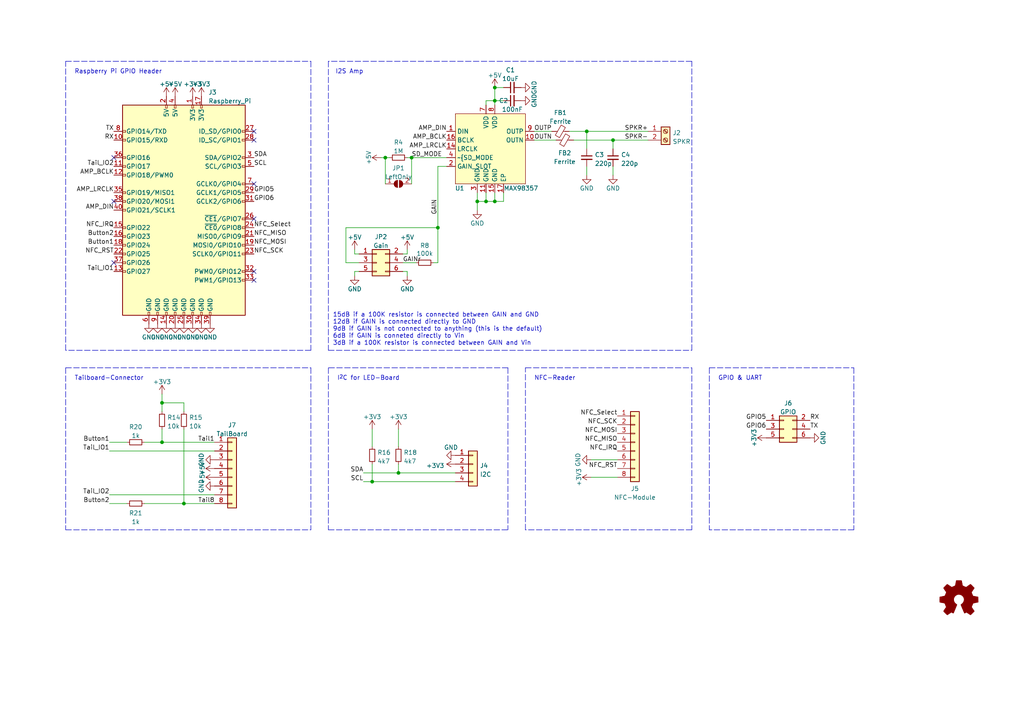
<source format=kicad_sch>
(kicad_sch (version 20211123) (generator eeschema)
  (paper "A4")
  (title_block (title "BloopBox Mainboard") (date "${DATE}") (rev "${VERSION}") (company "Qetesh"))
  (lib_symbols
    (symbol "Connector:Raspberry_Pi_2_3" (pin_names (offset 1.016))
      (property "Reference" "J" (at -17.78 31.75 0))
      (property "Value" "Raspberry_Pi_2_3" (at 10.16 -31.75 0))
      (symbol "Raspberry_Pi_2_3_0_1"
        (rectangle (start -17.78 30.48) (end 17.78 -30.48) (stroke (width 0.254)) (fill (type background)))
      )
      (symbol "Raspberry_Pi_2_3_1_1"
        (rectangle (start -16.891 -17.526) (end -17.78 -18.034))
        (rectangle (start -16.891 -14.986) (end -17.78 -15.494))
        (rectangle (start -16.891 -12.446) (end -17.78 -12.954))
        (rectangle (start -16.891 -9.906) (end -17.78 -10.414))
        (rectangle (start -16.891 -7.366) (end -17.78 -7.874))
        (rectangle (start -16.891 -4.826) (end -17.78 -5.334))
        (rectangle (start -16.891 0.254) (end -17.78 -0.254))
        (rectangle (start -16.891 2.794) (end -17.78 2.286))
        (rectangle (start -16.891 5.334) (end -17.78 4.826))
        (rectangle (start -16.891 10.414) (end -17.78 9.906))
        (rectangle (start -16.891 12.954) (end -17.78 12.446))
        (rectangle (start -16.891 15.494) (end -17.78 14.986))
        (rectangle (start -16.891 20.574) (end -17.78 20.066))
        (rectangle (start -16.891 23.114) (end -17.78 22.606))
        (rectangle (start -10.414 -29.591) (end -9.906 -30.48))
        (rectangle (start -7.874 -29.591) (end -7.366 -30.48))
        (rectangle (start -5.334 -29.591) (end -4.826 -30.48))
        (rectangle (start -5.334 30.48) (end -4.826 29.591))
        (rectangle (start -2.794 -29.591) (end -2.286 -30.48))
        (rectangle (start -2.794 30.48) (end -2.286 29.591))
        (rectangle (start -0.254 -29.591) (end 0.254 -30.48))
        (rectangle (start 2.286 -29.591) (end 2.794 -30.48))
        (rectangle (start 2.286 30.48) (end 2.794 29.591))
        (rectangle (start 4.826 -29.591) (end 5.334 -30.48))
        (rectangle (start 4.826 30.48) (end 5.334 29.591))
        (rectangle (start 7.366 -29.591) (end 7.874 -30.48))
        (rectangle (start 17.78 -20.066) (end 16.891 -20.574))
        (rectangle (start 17.78 -17.526) (end 16.891 -18.034))
        (rectangle (start 17.78 -12.446) (end 16.891 -12.954))
        (rectangle (start 17.78 -9.906) (end 16.891 -10.414))
        (rectangle (start 17.78 -7.366) (end 16.891 -7.874))
        (rectangle (start 17.78 -4.826) (end 16.891 -5.334))
        (rectangle (start 17.78 -2.286) (end 16.891 -2.794))
        (rectangle (start 17.78 2.794) (end 16.891 2.286))
        (rectangle (start 17.78 5.334) (end 16.891 4.826))
        (rectangle (start 17.78 7.874) (end 16.891 7.366))
        (rectangle (start 17.78 12.954) (end 16.891 12.446))
        (rectangle (start 17.78 15.494) (end 16.891 14.986))
        (rectangle (start 17.78 20.574) (end 16.891 20.066))
        (rectangle (start 17.78 23.114) (end 16.891 22.606))
        (pin power_in line (at 2.54 33.02 270) (length 2.54) (name "3V3") (number "1"))
        (pin bidirectional line (at -20.32 20.32 0) (length 2.54) (name "GPIO15/RXD") (number "10"))
        (pin bidirectional line (at -20.32 12.7 0) (length 2.54) (name "GPIO17") (number "11"))
        (pin bidirectional line (at -20.32 10.16 0) (length 2.54) (name "GPIO18/PWM0") (number "12"))
        (pin bidirectional line (at -20.32 -17.78 0) (length 2.54) (name "GPIO27") (number "13"))
        (pin power_in line (at -5.08 -33.02 90) (length 2.54) (name "GND") (number "14"))
        (pin bidirectional line (at -20.32 -5.08 0) (length 2.54) (name "GPIO22") (number "15"))
        (pin bidirectional line (at -20.32 -7.62 0) (length 2.54) (name "GPIO23") (number "16"))
        (pin power_in line (at 5.08 33.02 270) (length 2.54) (name "3V3") (number "17"))
        (pin bidirectional line (at -20.32 -10.16 0) (length 2.54) (name "GPIO24") (number "18"))
        (pin bidirectional line (at 20.32 -10.16 180) (length 2.54) (name "MOSI0/GPIO10") (number "19"))
        (pin power_in line (at -5.08 33.02 270) (length 2.54) (name "5V") (number "2"))
        (pin power_in line (at -2.54 -33.02 90) (length 2.54) (name "GND") (number "20"))
        (pin bidirectional line (at 20.32 -7.62 180) (length 2.54) (name "MISO0/GPIO9") (number "21"))
        (pin bidirectional line (at -20.32 -12.7 0) (length 2.54) (name "GPIO25") (number "22"))
        (pin bidirectional line (at 20.32 -12.7 180) (length 2.54) (name "SCLK0/GPIO11") (number "23"))
        (pin bidirectional line (at 20.32 -5.08 180) (length 2.54) (name "~{CE0}/GPIO8") (number "24"))
        (pin power_in line (at 0 -33.02 90) (length 2.54) (name "GND") (number "25"))
        (pin bidirectional line (at 20.32 -2.54 180) (length 2.54) (name "~{CE1}/GPIO7") (number "26"))
        (pin bidirectional line (at 20.32 22.86 180) (length 2.54) (name "ID_SD/GPIO0") (number "27"))
        (pin bidirectional line (at 20.32 20.32 180) (length 2.54) (name "ID_SC/GPIO1") (number "28"))
        (pin bidirectional line (at 20.32 5.08 180) (length 2.54) (name "GCLK1/GPIO5") (number "29"))
        (pin bidirectional line (at 20.32 15.24 180) (length 2.54) (name "SDA/GPIO2") (number "3"))
        (pin power_in line (at 2.54 -33.02 90) (length 2.54) (name "GND") (number "30"))
        (pin bidirectional line (at 20.32 2.54 180) (length 2.54) (name "GCLK2/GPIO6") (number "31"))
        (pin bidirectional line (at 20.32 -17.78 180) (length 2.54) (name "PWM0/GPIO12") (number "32"))
        (pin bidirectional line (at 20.32 -20.32 180) (length 2.54) (name "PWM1/GPIO13") (number "33"))
        (pin power_in line (at 5.08 -33.02 90) (length 2.54) (name "GND") (number "34"))
        (pin bidirectional line (at -20.32 5.08 0) (length 2.54) (name "GPIO19/MISO1") (number "35"))
        (pin bidirectional line (at -20.32 15.24 0) (length 2.54) (name "GPIO16") (number "36"))
        (pin bidirectional line (at -20.32 -15.24 0) (length 2.54) (name "GPIO26") (number "37"))
        (pin bidirectional line (at -20.32 2.54 0) (length 2.54) (name "GPIO20/MOSI1") (number "38"))
        (pin power_in line (at 7.62 -33.02 90) (length 2.54) (name "GND") (number "39"))
        (pin power_in line (at -2.54 33.02 270) (length 2.54) (name "5V") (number "4"))
        (pin bidirectional line (at -20.32 0 0) (length 2.54) (name "GPIO21/SCLK1") (number "40"))
        (pin bidirectional line (at 20.32 12.7 180) (length 2.54) (name "SCL/GPIO3") (number "5"))
        (pin power_in line (at -10.16 -33.02 90) (length 2.54) (name "GND") (number "6"))
        (pin bidirectional line (at 20.32 7.62 180) (length 2.54) (name "GCLK0/GPIO4") (number "7"))
        (pin bidirectional line (at -20.32 22.86 0) (length 2.54) (name "GPIO14/TXD") (number "8"))
        (pin power_in line (at -7.62 -33.02 90) (length 2.54) (name "GND") (number "9"))
      )
    )
    (symbol "Connector:Screw_Terminal_01x02" (pin_names (offset 1.016) hide)
      (property "Reference" "J" (at 0 2.54 0))
      (property "Value" "Screw_Terminal_01x02" (at 0 -5.08 0))
      (symbol "Screw_Terminal_01x02_1_1"
        (rectangle (start -1.27 1.27) (end 1.27 -3.81) (stroke (width 0.254)) (fill (type background)))
        (circle (center 0 -2.54) (radius 0.635) (stroke (width 0.1524)))
        (polyline (pts (xy -0.5334 -2.2098) (xy 0.3302 -3.048)) (stroke (width 0.1524)))
        (polyline (pts (xy -0.5334 0.3302) (xy 0.3302 -0.508)) (stroke (width 0.1524)))
        (polyline (pts (xy -0.3556 -2.032) (xy 0.508 -2.8702)) (stroke (width 0.1524)))
        (polyline (pts (xy -0.3556 0.508) (xy 0.508 -0.3302)) (stroke (width 0.1524)))
        (circle (center 0 0) (radius 0.635) (stroke (width 0.1524)))
        (pin passive line (at -5.08 0 0) (length 3.81) (name "Pin_1") (number "1"))
        (pin passive line (at -5.08 -2.54 0) (length 3.81) (name "Pin_2") (number "2"))
      )
    )
    (symbol "Connector_Generic:Conn_01x04" (pin_names (offset 1.016) hide)
      (property "Reference" "J" (at 0 5.08 0))
      (property "Value" "Conn_01x04" (at 0 -7.62 0))
      (symbol "Conn_01x04_1_1"
        (rectangle (start -1.27 -4.953) (end 0 -5.207) (stroke (width 0.1524)))
        (rectangle (start -1.27 -2.413) (end 0 -2.667) (stroke (width 0.1524)))
        (rectangle (start -1.27 0.127) (end 0 -0.127) (stroke (width 0.1524)))
        (rectangle (start -1.27 2.667) (end 0 2.413) (stroke (width 0.1524)))
        (rectangle (start -1.27 3.81) (end 1.27 -6.35) (stroke (width 0.254)) (fill (type background)))
        (pin passive line (at -5.08 2.54 0) (length 3.81) (name "Pin_1") (number "1"))
        (pin passive line (at -5.08 0 0) (length 3.81) (name "Pin_2") (number "2"))
        (pin passive line (at -5.08 -2.54 0) (length 3.81) (name "Pin_3") (number "3"))
        (pin passive line (at -5.08 -5.08 0) (length 3.81) (name "Pin_4") (number "4"))
      )
    )
    (symbol "Connector_Generic:Conn_01x08" (pin_names (offset 1.016) hide)
      (property "Reference" "J" (at 0 10.16 0))
      (property "Value" "Conn_01x08" (at 0 -12.7 0))
      (symbol "Conn_01x08_1_1"
        (rectangle (start -1.27 -10.033) (end 0 -10.287) (stroke (width 0.1524)))
        (rectangle (start -1.27 -7.493) (end 0 -7.747) (stroke (width 0.1524)))
        (rectangle (start -1.27 -4.953) (end 0 -5.207) (stroke (width 0.1524)))
        (rectangle (start -1.27 -2.413) (end 0 -2.667) (stroke (width 0.1524)))
        (rectangle (start -1.27 0.127) (end 0 -0.127) (stroke (width 0.1524)))
        (rectangle (start -1.27 2.667) (end 0 2.413) (stroke (width 0.1524)))
        (rectangle (start -1.27 5.207) (end 0 4.953) (stroke (width 0.1524)))
        (rectangle (start -1.27 7.747) (end 0 7.493) (stroke (width 0.1524)))
        (rectangle (start -1.27 8.89) (end 1.27 -11.43) (stroke (width 0.254)) (fill (type background)))
        (pin passive line (at -5.08 7.62 0) (length 3.81) (name "Pin_1") (number "1"))
        (pin passive line (at -5.08 5.08 0) (length 3.81) (name "Pin_2") (number "2"))
        (pin passive line (at -5.08 2.54 0) (length 3.81) (name "Pin_3") (number "3"))
        (pin passive line (at -5.08 0 0) (length 3.81) (name "Pin_4") (number "4"))
        (pin passive line (at -5.08 -2.54 0) (length 3.81) (name "Pin_5") (number "5"))
        (pin passive line (at -5.08 -5.08 0) (length 3.81) (name "Pin_6") (number "6"))
        (pin passive line (at -5.08 -7.62 0) (length 3.81) (name "Pin_7") (number "7"))
        (pin passive line (at -5.08 -10.16 0) (length 3.81) (name "Pin_8") (number "8"))
      )
    )
    (symbol "Connector_Generic:Conn_02x03_Odd_Even" (pin_names (offset 1.016) hide)
      (property "Reference" "J" (at 1.27 5.08 0))
      (property "Value" "Conn_02x03_Odd_Even" (at 1.27 -5.08 0))
      (symbol "Conn_02x03_Odd_Even_1_1"
        (rectangle (start -1.27 -2.413) (end 0 -2.667) (stroke (width 0.1524)))
        (rectangle (start -1.27 0.127) (end 0 -0.127) (stroke (width 0.1524)))
        (rectangle (start -1.27 2.667) (end 0 2.413) (stroke (width 0.1524)))
        (rectangle (start -1.27 3.81) (end 3.81 -3.81) (stroke (width 0.254)) (fill (type background)))
        (rectangle (start 3.81 -2.413) (end 2.54 -2.667) (stroke (width 0.1524)))
        (rectangle (start 3.81 0.127) (end 2.54 -0.127) (stroke (width 0.1524)))
        (rectangle (start 3.81 2.667) (end 2.54 2.413) (stroke (width 0.1524)))
        (pin passive line (at -5.08 2.54 0) (length 3.81) (name "Pin_1") (number "1"))
        (pin passive line (at 7.62 2.54 180) (length 3.81) (name "Pin_2") (number "2"))
        (pin passive line (at -5.08 0 0) (length 3.81) (name "Pin_3") (number "3"))
        (pin passive line (at 7.62 0 180) (length 3.81) (name "Pin_4") (number "4"))
        (pin passive line (at -5.08 -2.54 0) (length 3.81) (name "Pin_5") (number "5"))
        (pin passive line (at 7.62 -2.54 180) (length 3.81) (name "Pin_6") (number "6"))
      )
    )
    (symbol "Device:C_Small" (pin_numbers hide) (pin_names (offset 0.254) hide)
      (property "Reference" "C" (at 0.254 1.778 0))
      (property "Value" "C_Small" (at 0.254 -2.032 0))
      (symbol "C_Small_0_1"
        (polyline (pts (xy -1.524 -0.508) (xy 1.524 -0.508)) (stroke (width 0.3302)))
        (polyline (pts (xy -1.524 0.508) (xy 1.524 0.508)) (stroke (width 0.3048)))
      )
      (symbol "C_Small_1_1"
        (pin passive line (at 0 2.54 270) (length 2.032) (name "~") (number "1"))
        (pin passive line (at 0 -2.54 90) (length 2.032) (name "~") (number "2"))
      )
    )
    (symbol "Device:FerriteBead_Small" (pin_numbers hide) (pin_names (offset 0))
      (property "Reference" "FB" (at 1.905 1.27 0))
      (property "Value" "FerriteBead_Small" (at 1.905 -1.27 0))
      (symbol "FerriteBead_Small_0_1"
        (polyline (pts (xy 0 -1.27) (xy 0 -0.7874)))
        (polyline (pts (xy 0 0.889) (xy 0 1.2954)))
        (polyline (pts (xy -1.8288 0.2794) (xy -1.1176 1.4986) (xy 1.8288 -0.2032) (xy 1.1176 -1.4224) (xy -1.8288 0.2794)))
      )
      (symbol "FerriteBead_Small_1_1"
        (pin passive line (at 0 2.54 270) (length 1.27) (name "~") (number "1"))
        (pin passive line (at 0 -2.54 90) (length 1.27) (name "~") (number "2"))
      )
    )
    (symbol "Device:R_Small" (pin_numbers hide) (pin_names (offset 0.254) hide)
      (property "Reference" "R" (at 0.762 0.508 0))
      (property "Value" "R_Small" (at 0.762 -1.016 0))
      (symbol "R_Small_0_1"
        (rectangle (start -0.762 1.778) (end 0.762 -1.778) (stroke (width 0.2032)))
      )
      (symbol "R_Small_1_1"
        (pin passive line (at 0 2.54 270) (length 0.762) (name "~") (number "1"))
        (pin passive line (at 0 -2.54 90) (length 0.762) (name "~") (number "2"))
      )
    )
    (symbol "Graphic:Logo_Open_Hardware_Small" (pin_names (offset 1.016))
      (symbol "Logo_Open_Hardware_Small_0_1"
        (polyline (pts (xy 3.3528 -4.3434) (xy 3.302 -4.318) (xy 3.175 -4.2418) (xy 2.9972 -4.1148) (xy 2.7686 -3.9624) (xy 2.54 -3.81) (xy 2.3622 -3.7084) (xy 2.2352 -3.6068) (xy 2.1844 -3.5814) (xy 2.159 -3.6068) (xy 2.0574 -3.6576) (xy 1.905 -3.7338) (xy 1.8034 -3.7846) (xy 1.6764 -3.8354) (xy 1.6002 -3.8354) (xy 1.6002 -3.8354) (xy 1.5494 -3.7338) (xy 1.4732 -3.5306) (xy 1.3462 -3.302) (xy 1.2446 -3.0226) (xy 1.1176 -2.7178) (xy 0.9652 -2.413) (xy 0.8636 -2.1082) (xy 0.7366 -1.8288) (xy 0.6604 -1.6256) (xy 0.6096 -1.4732) (xy 0.5842 -1.397) (xy 0.5842 -1.397) (xy 0.6604 -1.3208) (xy 0.7874 -1.2446) (xy 1.0414 -1.016) (xy 1.2954 -0.6858) (xy 1.4478 -0.3302) (xy 1.524 0.0762) (xy 1.4732 0.4572) (xy 1.3208 0.8128) (xy 1.0668 1.143) (xy 0.762 1.3716) (xy 0.4064 1.524) (xy 0 1.5748) (xy -0.381 1.5494) (xy -0.7366 1.397) (xy -1.0668 1.143) (xy -1.2192 0.9906) (xy -1.397 0.6604) (xy -1.524 0.3048) (xy -1.524 0.2286) (xy -1.4986 -0.1778) (xy -1.397 -0.5334) (xy -1.1938 -0.8636) (xy -0.9144 -1.143) (xy -0.8636 -1.1684) (xy -0.7366 -1.27) (xy -0.635 -1.3462) (xy -0.5842 -1.397) (xy -1.0668 -2.5908) (xy -1.143 -2.794) (xy -1.2954 -3.1242) (xy -1.397 -3.4036) (xy -1.4986 -3.6322) (xy -1.5748 -3.7846) (xy -1.6002 -3.8354) (xy -1.6002 -3.8354) (xy -1.651 -3.8354) (xy -1.7272 -3.81) (xy -1.905 -3.7338) (xy -2.0066 -3.683) (xy -2.1336 -3.6068) (xy -2.2098 -3.5814) (xy -2.2606 -3.6068) (xy -2.3622 -3.683) (xy -2.54 -3.81) (xy -2.7686 -3.9624) (xy -2.9718 -4.0894) (xy -3.1496 -4.2164) (xy -3.302 -4.318) (xy -3.3528 -4.3434) (xy -3.3782 -4.3434) (xy -3.429 -4.318) (xy -3.5306 -4.2164) (xy -3.7084 -4.064) (xy -3.937 -3.8354) (xy -3.9624 -3.81) (xy -4.1656 -3.6068) (xy -4.318 -3.4544) (xy -4.4196 -3.3274) (xy -4.445 -3.2766) (xy -4.445 -3.2766) (xy -4.4196 -3.2258) (xy -4.318 -3.0734) (xy -4.2164 -2.8956) (xy -4.064 -2.667) (xy -3.6576 -2.0828) (xy -3.8862 -1.5494) (xy -3.937 -1.3716) (xy -4.0386 -1.1684) (xy -4.0894 -1.0414) (xy -4.1148 -0.9652) (xy -4.191 -0.9398) (xy -4.318 -0.9144) (xy -4.5466 -0.8636) (xy -4.8006 -0.8128) (xy -5.0546 -0.7874) (xy -5.2578 -0.7366) (xy -5.4356 -0.7112) (xy -5.5118 -0.6858) (xy -5.5118 -0.6858) (xy -5.5372 -0.635) (xy -5.5372 -0.5588) (xy -5.5372 -0.4318) (xy -5.5626 -0.2286) (xy -5.5626 0.0762) (xy -5.5626 0.127) (xy -5.5372 0.4064) (xy -5.5372 0.635) (xy -5.5372 0.762) (xy -5.5372 0.8382) (xy -5.5372 0.8382) (xy -5.461 0.8382) (xy -5.3086 0.889) (xy -5.08 0.9144) (xy -4.826 0.9652) (xy -4.8006 0.9906) (xy -4.5466 1.0414) (xy -4.318 1.0668) (xy -4.1656 1.1176) (xy -4.0894 1.143) (xy -4.0894 1.143) (xy -4.0386 1.2446) (xy -3.9624 1.4224) (xy -3.8608 1.6256) (xy -3.7846 1.8288) (xy -3.7084 2.0066) (xy -3.6576 2.159) (xy -3.6322 2.2098) (xy -3.6322 2.2098) (xy -3.683 2.286) (xy -3.7592 2.413) (xy -3.8862 2.5908) (xy -4.064 2.8194) (xy -4.064 2.8448) (xy -4.2164 3.0734) (xy -4.3434 3.2512) (xy -4.4196 3.3782) (xy -4.445 3.4544) (xy -4.445 3.4544) (xy -4.3942 3.5052) (xy -4.2926 3.6322) (xy -4.1148 3.81) (xy -3.937 4.0132) (xy -3.8608 4.064) (xy -3.6576 4.2926) (xy -3.5052 4.4196) (xy -3.4036 4.4958) (xy -3.3528 4.5212) (xy -3.3528 4.5212) (xy -3.302 4.4704) (xy -3.1496 4.3688) (xy -2.9718 4.2418) (xy -2.7432 4.0894) (xy -2.7178 4.0894) (xy -2.4892 3.937) (xy -2.3114 3.81) (xy -2.1844 3.7084) (xy -2.1336 3.683) (xy -2.1082 3.683) (xy -2.032 3.7084) (xy -1.8542 3.7592) (xy -1.6764 3.8354) (xy -1.4732 3.937) (xy -1.27 4.0132) (xy -1.143 4.064) (xy -1.0668 4.1148) (xy -1.0668 4.1148) (xy -1.0414 4.191) (xy -1.016 4.3434) (xy -0.9652 4.572) (xy -0.9144 4.8514) (xy -0.889 4.9022) (xy -0.8382 5.1562) (xy -0.8128 5.3848) (xy -0.7874 5.5372) (xy -0.762 5.588) (xy -0.7112 5.6134) (xy -0.5842 5.6134) (xy -0.4064 5.6134) (xy -0.1524 5.6134) (xy 0.0762 5.6134) (xy 0.3302 5.6134) (xy 0.5334 5.6134) (xy 0.6858 5.588) (xy 0.7366 5.588) (xy 0.7366 5.588) (xy 0.762 5.5118) (xy 0.8128 5.334) (xy 0.8382 5.1054) (xy 0.9144 4.826) (xy 0.9144 4.7752) (xy 0.9652 4.5212) (xy 1.016 4.2926) (xy 1.0414 4.1402) (xy 1.0668 4.0894) (xy 1.0668 4.0894) (xy 1.1938 4.0386) (xy 1.3716 3.9624) (xy 1.5748 3.8608) (xy 2.0828 3.6576) (xy 2.7178 4.0894) (xy 2.7686 4.1402) (xy 2.9972 4.2926) (xy 3.175 4.4196) (xy 3.302 4.4958) (xy 3.3782 4.5212) (xy 3.3782 4.5212) (xy 3.429 4.4704) (xy 3.556 4.3434) (xy 3.7338 4.191) (xy 3.9116 3.9878) (xy 4.064 3.8354) (xy 4.2418 3.6576) (xy 4.3434 3.556) (xy 4.4196 3.4798) (xy 4.4196 3.429) (xy 4.4196 3.4036) (xy 4.3942 3.3274) (xy 4.2926 3.2004) (xy 4.1656 2.9972) (xy 4.0132 2.794) (xy 3.8862 2.5908) (xy 3.7592 2.3876) (xy 3.6576 2.2352) (xy 3.6322 2.159) (xy 3.6322 2.1336) (xy 3.683 2.0066) (xy 3.7592 1.8288) (xy 3.8608 1.6002) (xy 4.064 1.1176) (xy 4.3942 1.0414) (xy 4.5974 1.016) (xy 4.8768 0.9652) (xy 5.1308 0.9144) (xy 5.5372 0.8382) (xy 5.5626 -0.6604) (xy 5.4864 -0.6858) (xy 5.4356 -0.6858) (xy 5.2832 -0.7366) (xy 5.0546 -0.762) (xy 4.8006 -0.8128) (xy 4.5974 -0.8636) (xy 4.3688 -0.9144) (xy 4.2164 -0.9398) (xy 4.1402 -0.9398) (xy 4.1148 -0.9652) (xy 4.064 -1.0668) (xy 3.9878 -1.2446) (xy 3.9116 -1.4478) (xy 3.81 -1.651) (xy 3.7338 -1.8542) (xy 3.683 -2.0066) (xy 3.6576 -2.0828) (xy 3.683 -2.1336) (xy 3.7846 -2.2606) (xy 3.8862 -2.4638) (xy 4.0386 -2.667) (xy 4.191 -2.8956) (xy 4.318 -3.0734) (xy 4.3942 -3.2004) (xy 4.445 -3.2766) (xy 4.4196 -3.3274) (xy 4.3434 -3.429) (xy 4.1656 -3.5814) (xy 3.937 -3.8354) (xy 3.8862 -3.8608) (xy 3.683 -4.064) (xy 3.5306 -4.2164) (xy 3.4036 -4.318) (xy 3.3528 -4.3434)) (fill (type outline)))
      )
    )
    (symbol "Jumper:SolderJumper_2_Open" (pin_names (offset 0) hide)
      (property "Reference" "JP" (at 0 2.032 0))
      (property "Value" "SolderJumper_2_Open" (at 0 -2.54 0))
      (symbol "SolderJumper_2_Open_0_1"
        (arc (start -0.254 1.016) (mid -1.27 0) (end -0.254 -1.016))
        (arc (start -0.254 1.016) (mid -1.27 0) (end -0.254 -1.016) (fill (type outline)))
        (polyline (pts (xy -0.254 1.016) (xy -0.254 -1.016)))
        (polyline (pts (xy 0.254 1.016) (xy 0.254 -1.016)))
        (arc (start 0.254 -1.016) (mid 1.27 0) (end 0.254 1.016))
        (arc (start 0.254 -1.016) (mid 1.27 0) (end 0.254 1.016) (fill (type outline)))
      )
      (symbol "SolderJumper_2_Open_1_1"
        (pin passive line (at -3.81 0 0) (length 2.54) (name "A") (number "1"))
        (pin passive line (at 3.81 0 180) (length 2.54) (name "B") (number "2"))
      )
    )
    (symbol "My_Symbols:MAX98357"
      (property "Reference" "U" (at 0 0 0))
      (property "Value" "MAX98357" (at 0 0 0))
      (symbol "MAX98357_0_1"
        (rectangle (start -10.16 -3.81) (end 10.16 -24.13) (stroke (width 0.1524)) (fill (type background)))
      )
      (symbol "MAX98357_1_1"
        (pin input line (at -12.7 -8.89 0) (length 2.54) (name "DIN") (number "1"))
        (pin output line (at 12.7 -11.43 180) (length 2.54) (name "OUTN") (number "10"))
        (pin power_in line (at -1.27 -26.67 90) (length 2.54) (name "GND") (number "11"))
        (pin no_connect line (at 12.7 -19.05 180) (length 2.54) hide (name "N/C") (number "12"))
        (pin no_connect line (at 12.7 -21.59 180) (length 2.54) hide (name "N/C") (number "13"))
        (pin input line (at -12.7 -13.97 0) (length 2.54) (name "LRCLK") (number "14"))
        (pin power_in line (at 1.27 -26.67 90) (length 2.54) (name "GND") (number "15"))
        (pin input line (at -12.7 -11.43 0) (length 2.54) (name "BCLK") (number "16"))
        (pin free line (at 3.81 -26.67 90) (length 2.54) (name "EP") (number "17"))
        (pin input line (at -12.7 -19.05 0) (length 2.54) (name "GAIN_SLOT") (number "2"))
        (pin power_in line (at -3.81 -26.67 90) (length 2.54) (name "GND") (number "3"))
        (pin input line (at -12.7 -16.51 0) (length 2.54) (name "~{SD_MODE") (number "4"))
        (pin no_connect line (at 12.7 -13.97 180) (length 2.54) hide (name "N/C") (number "5"))
        (pin no_connect line (at 12.7 -16.51 180) (length 2.54) hide (name "N/C") (number "6"))
        (pin power_in line (at -1.27 -1.27 270) (length 2.54) (name "VDD") (number "7"))
        (pin power_in line (at 1.27 -1.27 270) (length 2.54) (name "VDD") (number "8"))
        (pin output line (at 12.7 -8.89 180) (length 2.54) (name "OUTP") (number "9"))
      )
    )
    (symbol "power:+3V3" (power) (pin_names (offset 0))
      (property "Value" "+3V3" (at 0 3.556 0))
      (symbol "+3V3_0_1"
        (polyline (pts (xy -0.762 1.27) (xy 0 2.54)))
        (polyline (pts (xy 0 0) (xy 0 2.54)))
        (polyline (pts (xy 0 2.54) (xy 0.762 1.27)))
      )
      (symbol "+3V3_1_1"
        (pin power_in line (at 0 0 90) (length 0) hide (name "+3V3") (number "1"))
      )
    )
    (symbol "power:+5V" (power) (pin_names (offset 0))
      (property "Value" "+5V" (at 0 3.556 0))
      (symbol "+5V_0_1"
        (polyline (pts (xy -0.762 1.27) (xy 0 2.54)))
        (polyline (pts (xy 0 0) (xy 0 2.54)))
        (polyline (pts (xy 0 2.54) (xy 0.762 1.27)))
      )
      (symbol "+5V_1_1"
        (pin power_in line (at 0 0 90) (length 0) hide (name "+5V") (number "1"))
      )
    )
    (symbol "power:GND" (power) (pin_names (offset 0))
      (property "Value" "GND" (at 0 -3.81 0))
      (symbol "GND_0_1"
        (polyline (pts (xy 0 0) (xy 0 -1.27) (xy 1.27 -1.27) (xy 0 -2.54) (xy -1.27 -1.27) (xy 0 -1.27)))
      )
      (symbol "GND_1_1"
        (pin power_in line (at 0 0 270) (length 0) hide (name "GND") (number "1"))
      )
    )
    (symbol "power:PWR_FLAG" (power) (pin_numbers hide) (pin_names (offset 0) hide)
      (property "Value" "PWR_FLAG" (at 0 3.81 0))
      (symbol "PWR_FLAG_0_0"
        (pin power_out line (at 0 0 90) (length 0) (name "pwr") (number "1"))
      )
      (symbol "PWR_FLAG_0_1"
        (polyline (pts (xy 0 0) (xy 0 1.27) (xy -1.016 1.905) (xy 0 2.54) (xy 1.016 1.905) (xy 0 1.27)))
      )
    )
  )
  (junction (at 107.95 139.7))
  (junction (at 143.51 25.4))
  (junction (at 140.97 58.42))
  (junction (at 46.99 116.84))
  (junction (at 143.51 58.42))
  (junction (at 170.18 38.1))
  (junction (at 143.51 29.21))
  (junction (at 53.34 146.05))
  (junction (at 111.76 45.72))
  (junction (at 138.43 58.42))
  (junction (at 177.8 40.64))
  (junction (at 127 66.04))
  (junction (at 119.38 45.72))
  (junction (at 115.57 137.16))
  (junction (at 46.99 128.27))
  (no_connect (at 73.66 63.5))
  (no_connect (at 73.66 53.34))
  (no_connect (at 33.02 45.72))
  (no_connect (at 73.66 38.1))
  (no_connect (at 33.02 76.2))
  (no_connect (at 73.66 40.64))
  (no_connect (at 33.02 58.42))
  (no_connect (at 73.66 78.74))
  (no_connect (at 73.66 81.28))
  (wire (pts (xy 171.45 133.35) (xy 179.07 133.35)))
  (polyline (pts (xy 152.4 153.67) (xy 152.4 106.68)))
  (polyline (pts (xy 200.66 153.67) (xy 152.4 153.67)))
  (polyline (pts (xy 200.66 106.68) (xy 200.66 153.67)))
  (wire (pts (xy 46.99 114.3) (xy 46.99 116.84)))
  (polyline (pts (xy 200.66 17.78) (xy 95.25 17.78)))
  (wire (pts (xy 100.33 76.2) (xy 100.33 66.04)))
  (wire (pts (xy 143.51 29.21) (xy 143.51 30.48)))
  (polyline (pts (xy 152.4 106.68) (xy 200.66 106.68)))
  (wire (pts (xy 143.51 55.88) (xy 143.51 58.42)))
  (wire (pts (xy 116.84 73.66) (xy 118.11 73.66)))
  (wire (pts (xy 138.43 55.88) (xy 138.43 58.42)))
  (wire (pts (xy 177.8 48.26) (xy 177.8 50.8)))
  (wire (pts (xy 104.14 73.66) (xy 102.87 73.66)))
  (polyline (pts (xy 95.25 101.6) (xy 200.66 101.6)))
  (wire (pts (xy 46.99 128.27) (xy 62.23 128.27)))
  (wire (pts (xy 140.97 29.21) (xy 143.51 29.21)))
  (wire (pts (xy 140.97 30.48) (xy 140.97 29.21)))
  (wire (pts (xy 127 66.04) (xy 127 76.2)))
  (wire (pts (xy 177.8 40.64) (xy 187.96 40.64)))
  (wire (pts (xy 110.49 45.72) (xy 111.76 45.72)))
  (wire (pts (xy 146.05 58.42) (xy 146.05 55.88)))
  (wire (pts (xy 53.34 119.38) (xy 53.34 116.84)))
  (wire (pts (xy 154.94 38.1) (xy 160.02 38.1)))
  (wire (pts (xy 177.8 40.64) (xy 177.8 43.18)))
  (wire (pts (xy 53.34 116.84) (xy 46.99 116.84)))
  (polyline (pts (xy 90.17 17.78) (xy 90.17 101.6)))
  (polyline (pts (xy 19.05 153.67) (xy 90.17 153.67)))
  (wire (pts (xy 111.76 45.72) (xy 113.03 45.72)))
  (wire (pts (xy 166.37 40.64) (xy 177.8 40.64)))
  (wire (pts (xy 170.18 38.1) (xy 170.18 43.18)))
  (polyline (pts (xy 19.05 17.78) (xy 90.17 17.78)))
  (wire (pts (xy 100.33 66.04) (xy 127 66.04)))
  (polyline (pts (xy 90.17 106.68) (xy 90.17 153.67)))
  (wire (pts (xy 107.95 124.46) (xy 107.95 129.54)))
  (polyline (pts (xy 200.66 101.6) (xy 200.66 17.78)))
  (wire (pts (xy 102.87 78.74) (xy 102.87 80.01)))
  (wire (pts (xy 118.11 45.72) (xy 119.38 45.72)))
  (wire (pts (xy 154.94 40.64) (xy 161.29 40.64)))
  (polyline (pts (xy 247.65 153.67) (xy 205.74 153.67)))
  (polyline (pts (xy 147.32 106.68) (xy 95.25 106.68)))
  (polyline (pts (xy 90.17 101.6) (xy 19.05 101.6)))
  (wire (pts (xy 119.38 53.34) (xy 119.38 45.72)))
  (wire (pts (xy 127 48.26) (xy 127 66.04)))
  (wire (pts (xy 31.75 130.81) (xy 62.23 130.81)))
  (wire (pts (xy 118.11 78.74) (xy 118.11 80.01)))
  (polyline (pts (xy 205.74 106.68) (xy 247.65 106.68)))
  (wire (pts (xy 127 48.26) (xy 129.54 48.26)))
  (wire (pts (xy 170.18 48.26) (xy 170.18 50.8)))
  (wire (pts (xy 111.76 45.72) (xy 111.76 53.34)))
  (wire (pts (xy 46.99 116.84) (xy 46.99 119.38)))
  (wire (pts (xy 41.91 128.27) (xy 46.99 128.27)))
  (wire (pts (xy 143.51 25.4) (xy 143.51 29.21)))
  (wire (pts (xy 165.1 38.1) (xy 170.18 38.1)))
  (wire (pts (xy 118.11 73.66) (xy 118.11 72.39)))
  (wire (pts (xy 31.75 143.51) (xy 62.23 143.51)))
  (wire (pts (xy 105.41 139.7) (xy 107.95 139.7)))
  (polyline (pts (xy 95.25 153.67) (xy 147.32 153.67)))
  (polyline (pts (xy 19.05 106.68) (xy 90.17 106.68)))
  (wire (pts (xy 115.57 137.16) (xy 115.57 134.62)))
  (wire (pts (xy 102.87 73.66) (xy 102.87 72.39)))
  (wire (pts (xy 107.95 139.7) (xy 132.08 139.7)))
  (polyline (pts (xy 95.25 17.78) (xy 95.25 101.6)))
  (wire (pts (xy 143.51 29.21) (xy 146.05 29.21)))
  (wire (pts (xy 143.51 25.4) (xy 146.05 25.4)))
  (polyline (pts (xy 19.05 106.68) (xy 19.05 153.67)))
  (wire (pts (xy 31.75 146.05) (xy 36.83 146.05)))
  (wire (pts (xy 138.43 58.42) (xy 138.43 60.96)))
  (wire (pts (xy 143.51 58.42) (xy 146.05 58.42)))
  (wire (pts (xy 115.57 124.46) (xy 115.57 129.54)))
  (wire (pts (xy 46.99 124.46) (xy 46.99 128.27)))
  (wire (pts (xy 53.34 124.46) (xy 53.34 146.05)))
  (wire (pts (xy 116.84 76.2) (xy 120.65 76.2)))
  (wire (pts (xy 105.41 137.16) (xy 115.57 137.16)))
  (polyline (pts (xy 205.74 106.68) (xy 205.74 153.67)))
  (wire (pts (xy 119.38 45.72) (xy 129.54 45.72)))
  (polyline (pts (xy 147.32 106.68) (xy 147.32 153.67)))
  (polyline (pts (xy 19.05 101.6) (xy 19.05 17.78)))
  (wire (pts (xy 170.18 38.1) (xy 187.96 38.1)))
  (wire (pts (xy 140.97 58.42) (xy 143.51 58.42)))
  (wire (pts (xy 107.95 139.7) (xy 107.95 134.62)))
  (wire (pts (xy 41.91 146.05) (xy 53.34 146.05)))
  (polyline (pts (xy 247.65 106.68) (xy 247.65 153.67)))
  (wire (pts (xy 125.73 76.2) (xy 127 76.2)))
  (wire (pts (xy 104.14 76.2) (xy 100.33 76.2)))
  (polyline (pts (xy 95.25 106.68) (xy 95.25 153.67)))
  (wire (pts (xy 104.14 78.74) (xy 102.87 78.74)))
  (wire (pts (xy 140.97 55.88) (xy 140.97 58.42)))
  (wire (pts (xy 31.75 128.27) (xy 36.83 128.27)))
  (wire (pts (xy 171.45 138.43) (xy 179.07 138.43)))
  (wire (pts (xy 116.84 78.74) (xy 118.11 78.74)))
  (wire (pts (xy 53.34 146.05) (xy 62.23 146.05)))
  (wire (pts (xy 138.43 58.42) (xy 140.97 58.42)))
  (wire (pts (xy 115.57 137.16) (xy 132.08 137.16)))
  (text "I^{2}C for LED-Board" (at 97.79 110.49 0) (effects (font (size 1.27 1.27)) (justify left bottom)))
  (text "Raspberry Pi GPIO Header" (at 21.59 21.59 0) (effects (font (size 1.27 1.27)) (justify left bottom)))
  (text "GPIO & UART" (at 208.28 110.49 0) (effects (font (size 1.27 1.27)) (justify left bottom)))
  (text "I2S Amp" (at 105.41 21.59 180) (effects (font (size 1.27 1.27)) (justify right bottom)))
  (text "Tailboard-Connector" (at 21.59 110.49 0) (effects (font (size 1.27 1.27)) (justify left bottom)))
  (text "15dB if a 100K resistor is connected between GAIN and GND\n12dB if GAIN is connected directly to GND\n9dB if GAIN is not connected to anything (this is the default)\n6dB if GAIN is conneted directly to Vin\n3dB if a 100K resistor is connected between GAIN and Vin\n" (at 96.52 100.33 0) (effects (font (size 1.27 1.27)) (justify left bottom)))
  (text "NFC-Reader" (at 154.94 110.49 0) (effects (font (size 1.27 1.27)) (justify left bottom)))
  (label "Tail_IO1" (at 33.02 78.74 180))
  (label "SDA" (at 73.66 45.72 0))
  (label "TX" (at 33.02 38.1 180))
  (label "NFC_RST" (at 179.07 135.89 180))
  (label "GPIO5" (at 222.25 121.92 180))
  (label "NFC_MISO" (at 179.07 128.27 180))
  (label "GAINr" (at 116.84 76.2 0))
  (label "NFC_IRQ" (at 179.07 130.81 180))
  (label "NFC_MOSI" (at 179.07 125.73 180))
  (label "GAIN" (at 127 62.23 90))
  (label "NFC_MOSI" (at 73.66 71.12 0))
  (label "AMP_DIN" (at 33.02 60.96 180))
  (label "NFC_MISO" (at 73.66 68.58 0))
  (label "Tail_IO2" (at 33.02 48.26 180))
  (label "SCL" (at 105.41 139.7 180))
  (label "SCL" (at 73.66 48.26 0))
  (label "Tail_IO1" (at 31.75 130.81 180))
  (label "RX" (at 234.95 121.92 0))
  (label "Button1" (at 33.02 71.12 180))
  (label "Button2" (at 33.02 68.58 180))
  (label "GPIO5" (at 73.66 55.88 0))
  (label "AMP_LRCLK" (at 129.54 43.18 180))
  (label "AMP_DIN" (at 129.54 38.1 180))
  (label "NFC_Select" (at 73.66 66.04 0))
  (label "Button1" (at 31.75 128.27 180))
  (label "SPKR-" (at 187.96 40.64 180))
  (label "NFC_Select" (at 179.07 120.65 180))
  (label "NFC_IRQ" (at 33.02 66.04 180))
  (label "SPKR+" (at 187.96 38.1 180))
  (label "Tail1" (at 62.23 128.27 180))
  (label "Tail8" (at 62.23 146.05 180))
  (label "SDA" (at 105.41 137.16 180))
  (label "OUTP" (at 154.94 38.1 0))
  (label "NFC_SCK" (at 179.07 123.19 180))
  (label "AMP_LRCLK" (at 33.02 55.88 180))
  (label "OUTN" (at 154.94 40.64 0))
  (label "AMP_BCLK" (at 129.54 40.64 180))
  (label "AMP_BCLK" (at 33.02 50.8 180))
  (label "RX" (at 33.02 40.64 180))
  (label "Tail_IO2" (at 31.75 143.51 180))
  (label "GPIO6" (at 73.66 58.42 0))
  (label "NFC_SCK" (at 73.66 73.66 0))
  (label "SD_MODE" (at 119.38 45.72 0))
  (label "TX" (at 234.95 124.46 0))
  (label "GPIO6" (at 222.25 124.46 180))
  (label "Button2" (at 31.75 146.05 180))
  (label "NFC_RST" (at 33.02 73.66 180))
  (symbol (lib_id "power:+5V") (at 143.51 25.4 0) (unit 1)
    (property "Reference" "#PWR0126" (effects hide))
    (property "Value" "+5V" (at 143.51 21.844 0))
  )
  (symbol (lib_id "power:GND") (at 234.95 127 90) (unit 1)
    (property "Reference" "#PWR0130" (effects hide))
    (property "Value" "GND" (at 238.76 127 0))
  )
  (symbol (lib_id "power:GND") (at 132.08 132.08 270) (unit 1)
    (property "Reference" "#PWR0113" (effects hide))
    (property "Value" "GND" (at 130.81 129.7742 90))
  )
  (symbol (lib_id "Connector:Raspberry_Pi_2_3") (at 53.34 60.96 0) (unit 1)
    (property "Reference" "J3" (at 60.4394 26.7802 0) (effects (justify left)))
    (property "Value" "Raspberry_Pi" (at 60.4394 29.3171 0) (effects (justify left)))
    (property "Footprint" "Module:Raspberry_Pi_Zero_Socketed_THT_FaceDown_MountingHoles" (effects hide))
    (property "Datasheet" "https://www.raspberrypi.org/documentation/hardware/raspberrypi/schematics/rpi_SCH_3bplus_1p0_reduced.pdf" (effects hide))
    (property "LCSC" "C2977589" (effects hide))
  )
  (symbol (lib_id "power:GND") (at 50.8 93.98 0) (unit 1)
    (property "Reference" "#PWR0147" (effects hide))
    (property "Value" "GND" (at 50.8 97.79 0))
  )
  (symbol (lib_id "Device:FerriteBead_Small") (at 163.83 40.64 90) (unit 1)
    (property "Reference" "FB2" (at 163.7919 44.3722 90))
    (property "Value" "Ferrite" (at 163.7919 46.9091 90))
    (property "Footprint" "Inductor_SMD:L_0805_2012Metric" (effects hide))
    (property "LCSC" "C1015" (effects hide))
  )
  (symbol (lib_id "power:GND") (at 58.42 93.98 0) (unit 1)
    (property "Reference" "#PWR0142" (effects hide))
    (property "Value" "GND" (at 58.42 97.79 0))
  )
  (symbol (lib_id "Device:R_Small") (at 115.57 132.08 180) (unit 1)
    (property "Reference" "R18" (at 117.0686 131.2453 0) (effects (justify right)))
    (property "Value" "4k7" (at 117.0686 133.7822 0) (effects (justify right)))
    (property "Footprint" "Resistor_SMD:R_0402_1005Metric" (effects hide))
    (property "LCSC" "C25900" (effects hide))
  )
  (symbol (lib_id "power:GND") (at 62.23 140.97 270) (unit 1)
    (property "Reference" "#PWR0134" (effects hide))
    (property "Value" "GND" (at 58.42 140.97 0))
  )
  (symbol (lib_id "power:+3V3") (at -21.59 182.88 0) (unit 1)
    (property "Reference" "#PWR0110" (effects hide))
    (property "Value" "+3V3" (at -21.59 179.324 0))
  )
  (symbol (lib_id "power:GND") (at 60.96 93.98 0) (unit 1)
    (property "Reference" "#PWR0143" (effects hide))
    (property "Value" "GND" (at 60.96 97.79 0))
  )
  (symbol (lib_id "power:GND") (at 118.11 80.01 0) (unit 1)
    (property "Reference" "#PWR0118" (effects hide))
    (property "Value" "GND" (at 118.11 83.82 0))
  )
  (symbol (lib_id "Connector_Generic:Conn_01x08") (at 67.31 135.89 0) (unit 1)
    (property "Reference" "J7" (at 67.31 123.3002 0))
    (property "Value" "TailBoard" (at 67.31 125.8371 0))
    (property "Footprint" "Connector_JST:JST_PH_S8B-PH-K_1x08_P2.00mm_Horizontal" (effects hide))
    (property "LCSC" "C722793" (effects hide))
  )
  (symbol (lib_id "Connector_Generic:Conn_02x03_Odd_Even") (at 227.33 124.46 0) (unit 1)
    (property "Reference" "J6" (at 228.6 116.9502 0))
    (property "Value" "GPIO" (at 228.6 119.4871 0))
    (property "Footprint" "Connector_PinHeader_2.54mm:PinHeader_2x03_P2.54mm_Horizontal" (effects hide))
    (property "LCSC" "C239334" (effects hide))
  )
  (symbol (lib_id "Device:C_Small") (at 170.18 45.72 0) (unit 1)
    (property "Reference" "C3" (at 172.5041 44.8916 0) (effects (justify left)))
    (property "Value" "220p" (at 172.5041 47.4285 0) (effects (justify left)))
    (property "Footprint" "Capacitor_SMD:C_0402_1005Metric" (effects hide))
    (property "LCSC" "C1530" (effects hide))
  )
  (symbol (lib_id "Device:C_Small") (at 148.59 25.4 90) (unit 1)
    (property "Reference" "C1" (at 148.0439 20.3032 90))
    (property "Value" "10uF" (at 148.0439 22.8401 90))
    (property "Footprint" "Capacitor_SMD:C_0805_2012Metric" (effects hide))
    (property "LCSC" "C15850" (effects hide))
  )
  (symbol (lib_id "Device:R_Small") (at 39.37 146.05 90) (unit 1)
    (property "Reference" "R21" (at 39.37 148.817 90))
    (property "Value" "1k" (at 39.37 151.3539 90))
    (property "Footprint" "Resistor_SMD:R_0402_1005Metric" (effects hide))
    (property "LCSC" "C11702" (effects hide))
  )
  (symbol (lib_id "Connector_Generic:Conn_01x04") (at 137.16 134.62 0) (unit 1)
    (property "Reference" "J4" (at 139.192 135.0553 0) (effects (justify left)))
    (property "Value" "I2C" (at 139.192 137.5922 0) (effects (justify left)))
    (property "Footprint" "Connector_JST:JST_PH_S4B-PH-K_1x04_P2.00mm_Horizontal" (effects hide))
    (property "LCSC" "C722777" (effects hide))
  )
  (symbol (lib_id "power:+5V") (at 110.49 45.72 90) (unit 1)
    (property "Reference" "#PWR0111" (effects hide))
    (property "Value" "+5V" (at 106.934 45.72 0))
  )
  (symbol (lib_id "Device:R_Small") (at 107.95 132.08 180) (unit 1)
    (property "Reference" "R16" (at 109.4486 131.2453 0) (effects (justify right)))
    (property "Value" "4k7" (at 109.4486 133.7822 0) (effects (justify right)))
    (property "Footprint" "Resistor_SMD:R_0402_1005Metric" (effects hide))
    (property "LCSC" "C25900" (effects hide))
  )
  (symbol (lib_id "Jumper:SolderJumper_2_Open") (at 115.57 53.34 0) (unit 1)
    (property "Reference" "JP1" (at 115.57 48.7512 0))
    (property "Value" "LeftOnly" (at 115.57 51.2881 0))
    (property "Footprint" "Jumper:SolderJumper-2_P1.3mm_Open_RoundedPad1.0x1.5mm" (effects hide))
  )
  (symbol (lib_id "power:GND") (at 48.26 93.98 0) (unit 1)
    (property "Reference" "#PWR0149" (effects hide))
    (property "Value" "GND" (at 48.26 97.79 0))
  )
  (symbol (lib_id "power:GND") (at 43.18 93.98 0) (unit 1)
    (property "Reference" "#PWR0148" (effects hide))
    (property "Value" "GND" (at 43.18 97.79 0))
  )
  (symbol (lib_id "power:+3V3") (at 171.45 138.43 90) (unit 1)
    (property "Reference" "#PWR0105" (effects hide))
    (property "Value" "+3V3" (at 167.894 138.43 0))
  )
  (symbol (lib_id "Connector_Generic:Conn_02x03_Odd_Even") (at 109.22 76.2 0) (unit 1)
    (property "Reference" "JP2" (at 110.49 68.6902 0))
    (property "Value" "Gain" (at 110.49 71.2271 0))
    (property "Footprint" "Connector_PinHeader_2.00mm:PinHeader_2x03_P2.00mm_Vertical" (effects hide))
    (property "LCSC" "C225288" (effects hide))
  )
  (symbol (lib_id "power:GND") (at 138.43 60.96 0) (unit 1)
    (property "Reference" "#PWR0120" (effects hide))
    (property "Value" "GND" (at 138.43 64.77 0))
  )
  (symbol (lib_id "Connector:Screw_Terminal_01x02") (at 193.04 38.1 0) (unit 1)
    (property "Reference" "J2" (at 195.072 38.5353 0) (effects (justify left)))
    (property "Value" "SPKR" (at 195.072 41.0722 0) (effects (justify left)))
    (property "Footprint" "Connector_JST:JST_PH_S2B-PH-K_1x02_P2.00mm_Horizontal" (effects hide))
    (property "LCSC" "C722769" (effects hide))
  )
  (symbol (lib_id "Device:C_Small") (at 177.8 45.72 0) (unit 1)
    (property "Reference" "C4" (at 180.1241 44.8916 0) (effects (justify left)))
    (property "Value" "220p" (at 180.1241 47.4285 0) (effects (justify left)))
    (property "Footprint" "Capacitor_SMD:C_0402_1005Metric" (effects hide))
    (property "LCSC" "C1530" (effects hide))
  )
  (symbol (lib_id "power:PWR_FLAG") (at -31.75 182.88 180) (unit 1)
    (property "Reference" "#FLG0103" (effects hide))
    (property "Value" "PWR_FLAG" (at -31.75 186.69 0))
  )
  (symbol (lib_id "power:+5V") (at 118.11 72.39 0) (unit 1)
    (property "Reference" "#PWR0119" (effects hide))
    (property "Value" "+5V" (at 118.11 68.834 0))
  )
  (symbol (lib_id "Device:R_Small") (at 39.37 128.27 90) (unit 1)
    (property "Reference" "R20" (at 39.37 123.8336 90))
    (property "Value" "1k" (at 39.37 126.3705 90))
    (property "Footprint" "Resistor_SMD:R_0402_1005Metric" (effects hide))
    (property "LCSC" "C11702" (effects hide))
  )
  (symbol (lib_id "power:+3V3") (at 58.42 27.94 0) (unit 1)
    (property "Reference" "#PWR0109" (effects hide))
    (property "Value" "+3V3" (at 58.42 24.384 0))
  )
  (symbol (lib_id "power:+3V3") (at 222.25 127 90) (unit 1)
    (property "Reference" "#PWR0104" (effects hide))
    (property "Value" "+3V3" (at 218.694 127 0))
  )
  (symbol (lib_id "power:+5V") (at 62.23 138.43 90) (unit 1)
    (property "Reference" "#PWR0132" (effects hide))
    (property "Value" "+5V" (at 58.674 138.43 0))
  )
  (symbol (lib_id "power:+5V") (at 62.23 135.89 90) (unit 1)
    (property "Reference" "#PWR0135" (effects hide))
    (property "Value" "+5V" (at 58.674 135.89 0))
  )
  (symbol (lib_id "Device:R_Small") (at 53.34 121.92 180) (unit 1)
    (property "Reference" "R15" (at 54.8386 121.0853 0) (effects (justify right)))
    (property "Value" "10k" (at 54.8386 123.6222 0) (effects (justify right)))
    (property "Footprint" "Resistor_SMD:R_0402_1005Metric" (effects hide))
    (property "LCSC" "C25744" (effects hide))
  )
  (symbol (lib_id "Device:FerriteBead_Small") (at 162.56 38.1 90) (unit 1)
    (property "Reference" "FB1" (at 162.5219 32.6984 90))
    (property "Value" "Ferrite" (at 162.5219 35.2353 90))
    (property "Footprint" "Inductor_SMD:L_0805_2012Metric" (effects hide))
    (property "LCSC" "C1015" (effects hide))
  )
  (symbol (lib_id "power:GND") (at -26.67 182.88 180) (unit 1)
    (property "Reference" "#PWR0144" (effects hide))
    (property "Value" "GND" (at -26.67 179.07 0))
  )
  (symbol (lib_id "power:GND") (at 151.13 29.21 90) (unit 1)
    (property "Reference" "#PWR0127" (effects hide))
    (property "Value" "GND" (at 154.94 29.21 0))
  )
  (symbol (lib_id "Device:C_Small") (at 148.59 29.21 90) (unit 1)
    (property "Reference" "C2" (at 146.05 29.21 90))
    (property "Value" "100nF" (at 148.59 31.75 90))
    (property "Footprint" "Capacitor_SMD:C_0402_1005Metric" (effects hide))
    (property "LCSC" "C1525" (effects hide))
  )
  (symbol (lib_id "power:PWR_FLAG") (at -26.67 182.88 180) (unit 1)
    (property "Reference" "#FLG0102" (effects hide))
    (property "Value" "PWR_FLAG" (at -26.67 186.69 0))
  )
  (symbol (lib_id "Device:R_Small") (at 123.19 76.2 270) (unit 1)
    (property "Reference" "R8" (at 123.19 71.2216 90))
    (property "Value" "100k" (at 123.19 73.533 90))
    (property "Footprint" "Resistor_SMD:R_0402_1005Metric" (effects hide))
    (property "LCSC" "C25741" (effects hide))
  )
  (symbol (lib_id "power:PWR_FLAG") (at -21.59 182.88 180) (unit 1)
    (property "Reference" "#FLG0101" (effects hide))
    (property "Value" "PWR_FLAG" (at -21.59 186.69 0))
  )
  (symbol (lib_id "power:+5V") (at -31.75 182.88 0) (unit 1)
    (property "Reference" "#PWR0145" (effects hide))
    (property "Value" "+5V" (at -31.75 179.324 0))
  )
  (symbol (lib_id "power:GND") (at 55.88 93.98 0) (unit 1)
    (property "Reference" "#PWR0140" (effects hide))
    (property "Value" "GND" (at 55.88 97.79 0))
  )
  (symbol (lib_id "power:+3V3") (at 107.95 124.46 0) (unit 1)
    (property "Reference" "#PWR0101" (effects hide))
    (property "Value" "+3V3" (at 107.95 120.904 0))
  )
  (symbol (lib_id "Device:R_Small") (at 46.99 121.92 180) (unit 1)
    (property "Reference" "R14" (at 48.4886 121.0853 0) (effects (justify right)))
    (property "Value" "10k" (at 48.4886 123.6222 0) (effects (justify right)))
    (property "Footprint" "Resistor_SMD:R_0402_1005Metric" (effects hide))
    (property "LCSC" "C25744" (effects hide))
  )
  (symbol (lib_id "power:GND") (at 177.8 50.8 0) (unit 1)
    (property "Reference" "#PWR0129" (effects hide))
    (property "Value" "GND" (at 177.8 54.61 0))
  )
  (symbol (lib_id "power:+3V3") (at 132.08 134.62 90) (unit 1)
    (property "Reference" "#PWR0103" (effects hide))
    (property "Value" "+3V3" (at 128.905 135.0538 90) (effects (justify left)))
  )
  (symbol (lib_id "power:GND") (at 62.23 133.35 270) (unit 1)
    (property "Reference" "#PWR0133" (effects hide))
    (property "Value" "GND" (at 58.42 133.35 0))
  )
  (symbol (lib_id "power:+5V") (at 102.87 72.39 0) (unit 1)
    (property "Reference" "#PWR0112" (effects hide))
    (property "Value" "+5V" (at 102.87 68.834 0))
  )
  (symbol (lib_id "Device:R_Small") (at 115.57 45.72 270) (unit 1)
    (property "Reference" "R4" (at 115.57 41.2836 90))
    (property "Value" "1M" (at 115.57 43.8205 90))
    (property "Footprint" "Resistor_SMD:R_0402_1005Metric" (effects hide))
    (property "LCSC" "C26083" (effects hide))
  )
  (symbol (lib_id "power:GND") (at 151.13 25.4 90) (unit 1)
    (property "Reference" "#PWR0125" (effects hide))
    (property "Value" "GND" (at 154.94 25.4 0))
  )
  (symbol (lib_id "power:+3V3") (at 55.88 27.94 0) (unit 1)
    (property "Reference" "#PWR0108" (effects hide))
    (property "Value" "+3V3" (at 55.88 24.384 0))
  )
  (symbol (lib_id "power:+3V3") (at 46.99 114.3 0) (unit 1)
    (property "Reference" "#PWR0106" (effects hide))
    (property "Value" "+3V3" (at 46.99 110.744 0))
  )
  (symbol (lib_id "Graphic:Logo_Open_Hardware_Small") (at 278.13 173.99 0) (unit 1)
    (property "Reference" "#LOGO1" (effects hide))
    (property "Value" "Logo_Open_Hardware_Small" (effects hide))
  )
  (symbol (lib_id "power:+5V") (at 48.26 27.94 0) (unit 1)
    (property "Reference" "#PWR0138" (effects hide))
    (property "Value" "+5V" (at 48.26 24.384 0))
  )
  (symbol (lib_id "power:+5V") (at 50.8 27.94 0) (unit 1)
    (property "Reference" "#PWR0139" (effects hide))
    (property "Value" "+5V" (at 50.8 24.384 0))
  )
  (symbol (lib_id "Connector_Generic:Conn_01x08") (at 184.15 128.27 0) (unit 1)
    (property "Reference" "J5" (at 184.15 141.7304 0))
    (property "Value" "NFC-Module" (at 184.15 144.2673 0))
    (property "Footprint" "Connector_JST:JST_PH_S8B-PH-K_1x08_P2.00mm_Horizontal" (effects hide))
    (property "LCSC" "C722793" (effects hide))
  )
  (symbol (lib_id "power:GND") (at 170.18 50.8 0) (unit 1)
    (property "Reference" "#PWR0128" (effects hide))
    (property "Value" "GND" (at 170.18 54.61 0))
  )
  (symbol (lib_id "My_Symbols:MAX98357") (at 142.24 29.21 0) (unit 1)
    (property "Reference" "U1" (at 133.35 54.61 0))
    (property "Value" "MAX98357" (at 151.13 54.61 0))
    (property "Footprint" "Package_DFN_QFN:TQFN-16-1EP_3x3mm_P0.5mm_EP1.23x1.23mm_ThermalVias" (effects hide))
    (property "Datasheet" "https://www.mouser.de/datasheet/2/256/MAX98357A-MAX98357B-271244.pdf" (effects hide))
    (property "LCSC" "C910544" (effects hide))
  )
  (symbol (lib_id "power:GND") (at 45.72 93.98 0) (unit 1)
    (property "Reference" "#PWR0146" (effects hide))
    (property "Value" "GND" (at 45.72 97.79 0))
  )
  (symbol (lib_id "power:GND") (at 171.45 133.35 270) (unit 1)
    (property "Reference" "#PWR0131" (effects hide))
    (property "Value" "GND" (at 167.64 133.35 0))
  )
  (symbol (lib_id "power:GND") (at 102.87 80.01 0) (unit 1)
    (property "Reference" "#PWR0117" (effects hide))
    (property "Value" "GND" (at 102.87 83.82 0))
  )
  (symbol (lib_id "power:+3V3") (at 115.57 124.46 0) (unit 1)
    (property "Reference" "#PWR0102" (effects hide))
    (property "Value" "+3V3" (at 115.57 120.904 0))
  )
  (symbol (lib_id "power:GND") (at 53.34 93.98 0) (unit 1)
    (property "Reference" "#PWR0141" (effects hide))
    (property "Value" "GND" (at 53.34 97.79 0))
  )
)
</source>
